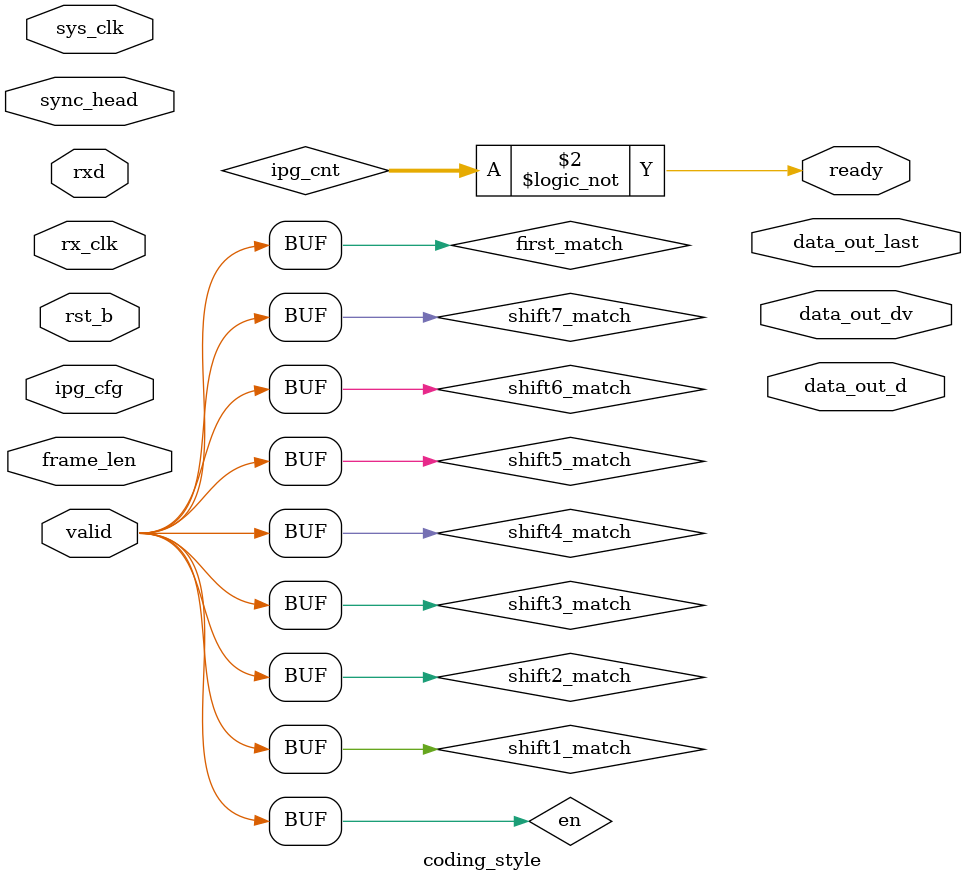
<source format=v>

`timescale  1ns / 1ps
/*
  1. 每个文件尽量只包含一个模块；
  2. 文件名与模块明保持一致；
  3. 模块名能够表达模块功能；
  4. 模块名不宜超过10各字母；
*/
module coding_style #(
    parameter TIMEOUT_TRG      = 12  , // time out threshold value
    parameter DUMP_VAL         = 8     // temp value
  )
  (
    //RESET & CLOCK
    input  wire         rst_b        ,  //async reset
    input               sys_clk      ,  //output data's clock
    input  wire         rx_clk       ,  //input data's clock
    //AXI INTERFACE
    input  wire [63:0]  rxd          ,  //input data
    input  wire         valid        ,  //input valid indicator
    output wire         ready        ,  //ready of axi-st
    //CFG INTERFACE
    input       [63:0]  sync_head    ,  //sync word going to be matched
    input       [15:0]  frame_len    ,  //length of input frames with quad byte
    input       [15:0]  ipg_cfg      ,  //idle cycles between output frames
    //OUTPUT INTERFACE
    output reg  [63:0]  data_out_d   ,  //output frame data
    output reg          data_out_dv  ,  //output frame data valid
    output reg          data_out_last   //output frame data's last cycle
  );

  ////////////////////////////////////////
  // PARAMETER SEGMENT
  ////////////////////////////////////////
  /*
    1. 参数全部使用大写
    2. 前后行尽量保持对齐
  */
  parameter IDLE             = 4'b0001;
  parameter SYNC             = 4'b0010;
  parameter RX_DATA          = 4'b0100;
  parameter IPG              = 4'b1000;
  parameter CLR_CNT          = 4'b1001;
  parameter RD_IDLE          = 4'b0000;
  parameter PACKET_RD_PRE1   = 4'b0001;
  parameter PACKET_RD_PRE2   = 4'b0010;
  parameter PACKET_RD_PRE3   = 4'b0011;
  parameter PACKET_RD        = 4'b0100;
  parameter PACKET_IPG_PRE1  = 4'b0101;
  parameter PACKET_IPG_PRE2  = 4'b0110;
  parameter PACKET_IPG       = 4'b0111;

  ////////////////////////////////////////
  // WIRE SEGMENT
  ////////////////////////////////////////
  wire        en          ;
  wire [63:0] shift0      ;
  wire [63:0] shift1      ;
  wire [63:0] shift2      ;
  wire [63:0] shift3      ;
  wire [63:0] shift4      ;
  wire [63:0] shift5      ;
  wire [63:0] shift6      ;
  wire [63:0] shift7      ;
  wire        first_match ;
  wire        shift1_match;
  wire        shift2_match;
  wire        shift3_match;
  wire        shift4_match;
  wire        shift5_match;
  wire        shift6_match;
  wire        shift7_match;
  wire        fifo_full   ;
  wire        fifo_empty  ;
  wire [63:0] ram_b_data  ;
  wire [35:0] fifo_b_data ;

  ////////////////////////////////////////
  //REGISTER SEGMENT
  ////////////////////////////////////////
  /*
    1. 信号命名不超过10个字符；
    2. 单词尽量使用缩写      ；
      address      adr
      asynchronous asyn
      begin        bgn
      carry        cry
      channel      chn
      clear        clr
      clock        clk
      combination  comb
      configure    cfg
      control      ctl
      count        cnt
      data         dat
      empty        emp
      enable       en
      error        err
      flow control fc
      frame        frm
      full         ful
      input        i
      latch        lat
      length       len
      load         lad
      managment    mng
      message      msg
      number       num
      output       o
      packet       pkt
      pointer      ptr
      process      proc
      read         rd
      ready        rdy
      receive      rx
      register     reg
      reset        rst
      select       sel
      shift        sft
      speed        spd
      start        str
      statistic    stat
      synchronous  sync
      transmit     tx
      valid        vld
      width        wid
      wirite       wr
    3. 表示延迟的使用 _d1     ;
    4. 表示提前的使用 _p1     ;
    5. 低电平有效使用 _b      ;
    6. 三态使用      _z      ;
  */

  reg  [63:0]    rxd_d1           ;
  reg  [63:0]    rxd_reg          ;
  reg  [15:0]    len_cnt          ;
  reg  [02:0]    ch               ;
  reg            fifo_a_we        ;
  reg            ram_a_we         ;
  reg  [15:0]    ram_a_addr       ;
  reg  [15:0]    ram_a_addr_d1    ;
  reg  [63:0]    ram_b_data_d1    ;
  reg  [63:0]    ram_b_data_d2    ;
  reg  [15:0]    start_addr       ;
  reg  [35:0]    fifo_a_data      ;
  reg            data_rd_d1       ;
  reg            data_rd_d2       ;
  reg            data_rd_d3       ;
  reg            data_rd_d4       ;
  reg  [15:0]    packet_start_addr;
  reg  [15:0]    packet_len_latch ;
  reg            fifo_rd          ;
  reg  [03:0]    rd_state         ;
  reg            data_rd          ;
  reg  [02:0]    packet_ch        ;
  reg            data_out_dv_d1   ;
  reg            data_out_dv_d2   ;
  reg            data_out_dv_d3   ;
  reg  [15:0]    read_cnt_sync    ;
  reg  [15:0]    read_cnt         ;
  reg  [15:0]    write_cnt        ;
  reg            full             ;
  reg  [15:0]    ipg_cfg_r        ;
  reg  [15:0]    ipg_cnt          ;

  ////////////////////////////////////////
  //INSTANCE SEGMENT
  ////////////////////////////////////////
  /*
    例化名称，使用大写  模块名称+Ux
  */
  xilinx_ram_reg #(14,8) XILINX_RAM_REG_U0(.clka(rx_clk),.addra(ram_a_addr_d1),.dia(rxd_reg[07:00]),.wea(ram_a_we),.ena(1'b1),.doa(),.clkb(sys_clk),.addrb(packet_start_addr),.dib(9'd0),.web(1'b0),.enb(1'b1),.dob(ram_b_data[07:00]));
  xilinx_ram_reg #(14,8) XILINX_RAM_REG_U1(.clka(rx_clk),.addra(ram_a_addr_d1),.dia(rxd_reg[15:08]),.wea(ram_a_we),.ena(1'b1),.doa(),.clkb(sys_clk),.addrb(packet_start_addr),.dib(9'd0),.web(1'b0),.enb(1'b1),.dob(ram_b_data[15:08]));
  xilinx_ram_reg #(14,8) XILINX_RAM_REG_U2(.clka(rx_clk),.addra(ram_a_addr_d1),.dia(rxd_reg[23:16]),.wea(ram_a_we),.ena(1'b1),.doa(),.clkb(sys_clk),.addrb(packet_start_addr),.dib(9'd0),.web(1'b0),.enb(1'b1),.dob(ram_b_data[23:16]));
  xilinx_ram_reg #(14,8) XILINX_RAM_REG_U3(.clka(rx_clk),.addra(ram_a_addr_d1),.dia(rxd_reg[31:24]),.wea(ram_a_we),.ena(1'b1),.doa(),.clkb(sys_clk),.addrb(packet_start_addr),.dib(9'd0),.web(1'b0),.enb(1'b1),.dob(ram_b_data[31:24]));
  xilinx_ram_reg #(14,8) XILINX_RAM_REG_U4(.clka(rx_clk),.addra(ram_a_addr_d1),.dia(rxd_reg[39:32]),.wea(ram_a_we),.ena(1'b1),.doa(),.clkb(sys_clk),.addrb(packet_start_addr),.dib(9'd0),.web(1'b0),.enb(1'b1),.dob(ram_b_data[39:32]));
  xilinx_ram_reg #(14,8) XILINX_RAM_REG_U5(.clka(rx_clk),.addra(ram_a_addr_d1),.dia(rxd_reg[47:40]),.wea(ram_a_we),.ena(1'b1),.doa(),.clkb(sys_clk),.addrb(packet_start_addr),.dib(9'd0),.web(1'b0),.enb(1'b1),.dob(ram_b_data[47:40]));
  xilinx_ram_reg #(14,8) XILINX_RAM_REG_U6(.clka(rx_clk),.addra(ram_a_addr_d1),.dia(rxd_reg[55:48]),.wea(ram_a_we),.ena(1'b1),.doa(),.clkb(sys_clk),.addrb(packet_start_addr),.dib(9'd0),.web(1'b0),.enb(1'b1),.dob(ram_b_data[55:48]));
  xilinx_ram_reg #(14,8) XILINX_RAM_REG_U7(.clka(rx_clk),.addra(ram_a_addr_d1),.dia(rxd_reg[63:56]),.wea(ram_a_we),.ena(1'b1),.doa(),.clkb(sys_clk),.addrb(packet_start_addr),.dib(9'd0),.web(1'b0),.enb(1'b1),.dob(ram_b_data[63:56]));

  fifo_512x36b FIFO_512X36B_U0(
    .rst          (!rst_b     ),
    .wr_clk       (rx_clk     ),
    .rd_clk       (sys_clk    ),
    .din          (fifo_a_data),
    .wr_en        (fifo_a_we  ),
    .rd_en        (fifo_rd    ),
    .dout         (fifo_b_data),
    .full         (fifo_full  ),
    .empty        (fifo_empty )
  );

  ////////////////////////////////////////
  //ASSIGN SEGMENT
  ////////////////////////////////////////
  assign ready        = (ipg_cnt == 16'd0) ;
  assign en           = valid ;
  assign first_match  = (en)  ;
  assign shift1_match = (en)  ;
  assign shift2_match = (en)  ;
  assign shift3_match = (en)  ;
  assign shift4_match = (en)  ;
  assign shift5_match = (en)  ;
  assign shift6_match = (en)  ;
  assign shift7_match = (en)  ;

  ////////////////////////////////////////
  //ALWAYS SEGMENT
  ////////////////////////////////////////
  /*
    1. 表示嵌套缩两个空格；
    2. begin 和 end 不需要缩两格；
    3. if后面直接跟左括号，不要空格；
  */
  always @(posedge rx_clk or negedge rst_b)
    if(!rst_b)
    begin
      ch          <= 3'b0;
    end
    else
    begin
      if (first_match )
        ch <= 3'd0;
      if (shift1_match)
        ch <= 3'd1;
      if (shift2_match)
        ch <= 3'd2;
      if (shift3_match)
        ch <= 3'd3;
      if (shift4_match)
        ch <= 3'd4;
      if (shift5_match)
        ch <= 3'd5;
      if (shift6_match)
        ch <= 3'd6;
      if (shift7_match)
        ch <= 3'd7;
    end

endmodule


</source>
